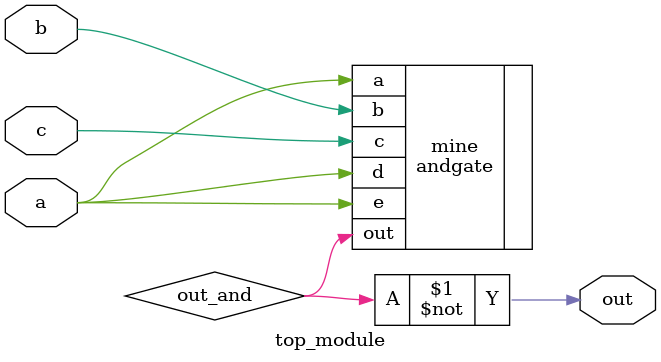
<source format=sv>
/*
This three-input NAND gate doesn't work. Fix the bug(s).

You must use the provided 5-input AND gate:

module andgate ( output out, input a, input b, input c, input d, input e );


*/


module top_module (input a, input b, input c, output out);//

    logic out_and;

    andgate mine(.out(out_and), .a(a), .b(b), .c(c), .d(a), .e(a) );

    assign out = ~out_and;

endmodule

</source>
